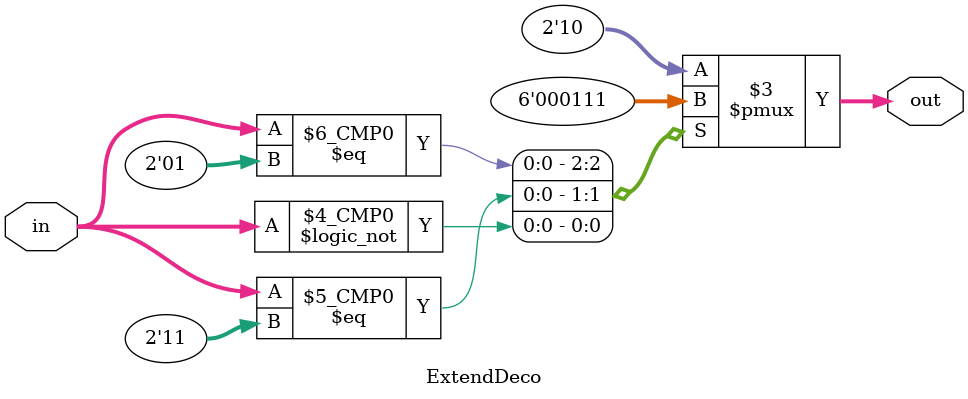
<source format=sv>
module ExtendDeco(input[1:0] in,output logic [1:0] out);
	always @(in) begin
		case(in)
			2'b01 : out = 2'b00; //19 bits
			2'b11 : out = 2'b01; //23 bits
			2'b00 : out = 2'b11; //27 bits
			default  : out= 2'b10; //NO immediate
		endcase
	end
endmodule
</source>
